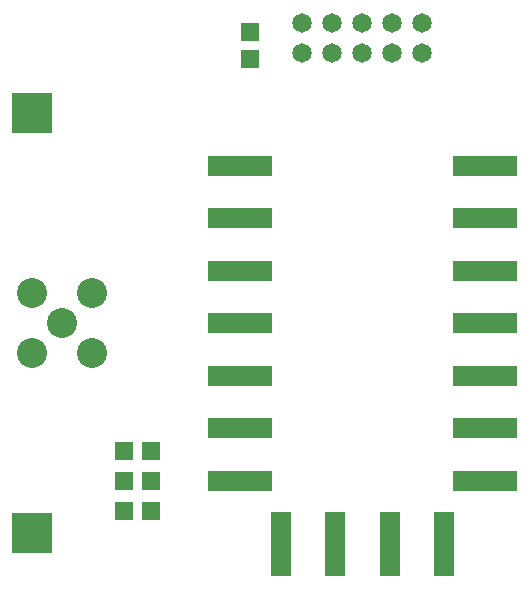
<source format=gts>
G04 This is an RS-274x file exported by *
G04 gerbv version 2.6.0 *
G04 More information is available about gerbv at *
G04 http://gerbv.gpleda.org/ *
G04 --End of header info--*
%MOIN*%
%FSLAX34Y34*%
%IPPOS*%
G04 --Define apertures--*
%ADD10C,0.0039*%
%ADD11C,0.1000*%
%ADD12C,0.0650*%
%ADD13R,0.1319X0.1319*%
%ADD14R,0.0590X0.0590*%
%ADD15R,0.2126X0.0709*%
%ADD16R,0.0709X0.2126*%
G04 --Start main section--*
G54D11*
G01X0047000Y-043000D03*
G01X0048000Y-042000D03*
G01X0048000Y-044000D03*
G01X0046000Y-044000D03*
G01X0046000Y-042000D03*
G54D12*
G01X0055000Y-033000D03*
G01X0055000Y-034000D03*
G01X0056000Y-033000D03*
G01X0056000Y-034000D03*
G01X0057000Y-033000D03*
G01X0057000Y-034000D03*
G01X0058000Y-033000D03*
G01X0058000Y-034000D03*
G01X0059000Y-033000D03*
G01X0059000Y-034000D03*
G54D13*
G01X0046000Y-050000D03*
G01X0046000Y-036000D03*
G54D14*
G01X0049047Y-047250D03*
G01X0049953Y-047250D03*
G01X0049953Y-049250D03*
G01X0049047Y-049250D03*
G01X0049047Y-048250D03*
G01X0049953Y-048250D03*
G01X0053250Y-034203D03*
G01X0053250Y-033297D03*
G54D15*
G01X0052906Y-037744D03*
G01X0052906Y-039496D03*
G01X0052906Y-041248D03*
G01X0052906Y-043000D03*
G01X0052906Y-044752D03*
G01X0052906Y-046504D03*
G01X0052906Y-048256D03*
G54D16*
G01X0054283Y-050362D03*
G01X0056094Y-050362D03*
G01X0057906Y-050362D03*
G01X0059717Y-050362D03*
G54D15*
G01X0061094Y-048256D03*
G01X0061094Y-046504D03*
G01X0061094Y-044752D03*
G01X0061094Y-043000D03*
G01X0061094Y-041248D03*
G01X0061094Y-039496D03*
G01X0061094Y-037744D03*
M02*

</source>
